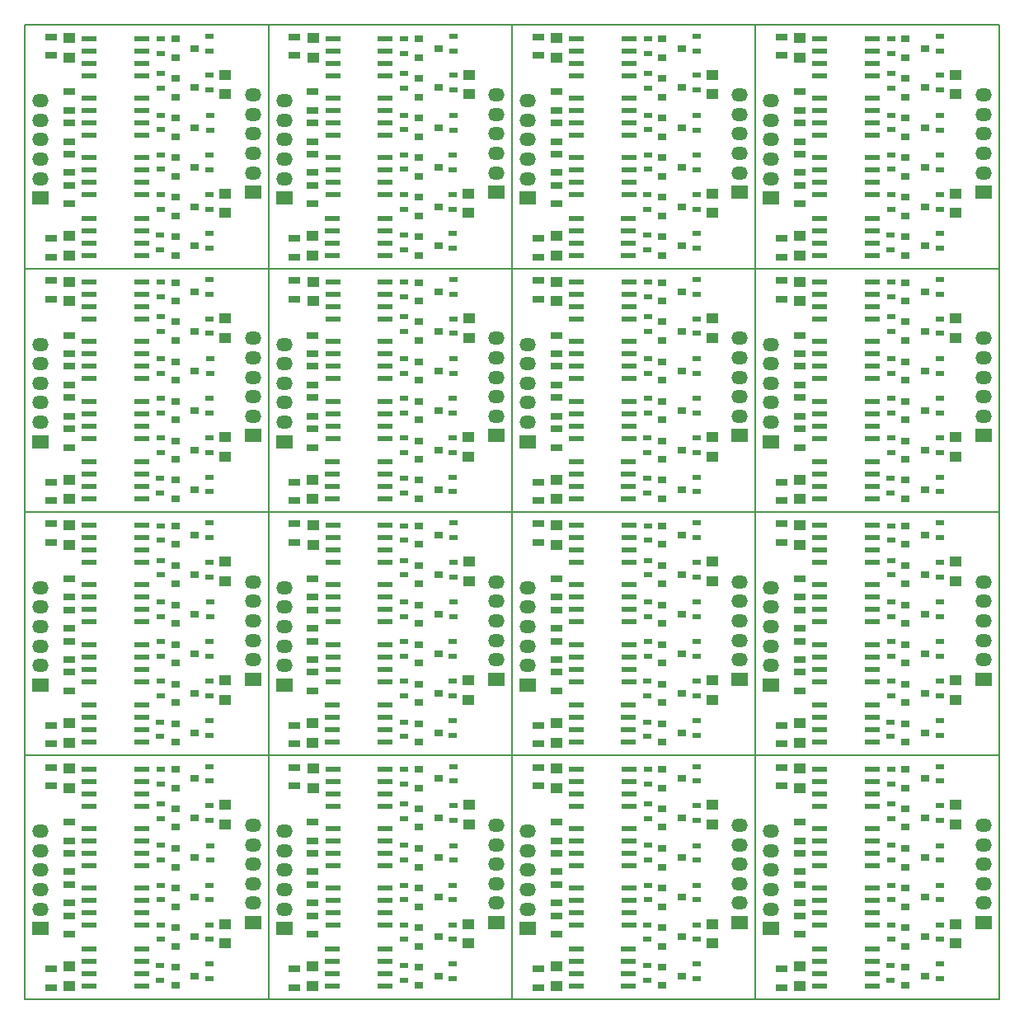
<source format=gts>
G04 #@! TF.FileFunction,Soldermask,Top*
%FSLAX46Y46*%
G04 Gerber Fmt 4.6, Leading zero omitted, Abs format (unit mm)*
G04 Created by KiCad (PCBNEW 4.0.2-stable) date 11/12/2017 1:18:09 PM*
%MOMM*%
G01*
G04 APERTURE LIST*
%ADD10C,0.100000*%
%ADD11C,0.150000*%
%ADD12R,0.900000X0.500000*%
%ADD13R,0.900000X0.800000*%
%ADD14R,1.550000X0.600000*%
%ADD15R,1.250000X1.000000*%
%ADD16R,1.300000X0.700000*%
%ADD17R,1.700000X1.350000*%
%ADD18O,1.700000X1.350000*%
G04 APERTURE END LIST*
D10*
D11*
X165000000Y-125000000D02*
X190000000Y-125000000D01*
X165000000Y-125000000D02*
X165000000Y-150000000D01*
X190000000Y-150000000D02*
X165000000Y-150000000D01*
X190000000Y-125000000D02*
X190000000Y-150000000D01*
X165000000Y-150000000D02*
X165000000Y-125000000D01*
X90000000Y-150000000D02*
X90000000Y-125000000D01*
X115000000Y-125000000D02*
X115000000Y-150000000D01*
X115000000Y-150000000D02*
X90000000Y-150000000D01*
X90000000Y-125000000D02*
X115000000Y-125000000D01*
X115000000Y-150000000D02*
X115000000Y-125000000D01*
X140000000Y-125000000D02*
X165000000Y-125000000D01*
X140000000Y-125000000D02*
X140000000Y-150000000D01*
X115000000Y-125000000D02*
X140000000Y-125000000D01*
X140000000Y-150000000D02*
X140000000Y-125000000D01*
X140000000Y-150000000D02*
X115000000Y-150000000D01*
X165000000Y-150000000D02*
X140000000Y-150000000D01*
X165000000Y-100000000D02*
X190000000Y-100000000D01*
X165000000Y-100000000D02*
X165000000Y-125000000D01*
X190000000Y-125000000D02*
X165000000Y-125000000D01*
X190000000Y-100000000D02*
X190000000Y-125000000D01*
X165000000Y-125000000D02*
X165000000Y-100000000D01*
X90000000Y-125000000D02*
X90000000Y-100000000D01*
X115000000Y-100000000D02*
X115000000Y-125000000D01*
X115000000Y-125000000D02*
X90000000Y-125000000D01*
X90000000Y-100000000D02*
X115000000Y-100000000D01*
X115000000Y-125000000D02*
X115000000Y-100000000D01*
X140000000Y-100000000D02*
X165000000Y-100000000D01*
X140000000Y-100000000D02*
X140000000Y-125000000D01*
X115000000Y-100000000D02*
X140000000Y-100000000D01*
X140000000Y-125000000D02*
X140000000Y-100000000D01*
X140000000Y-125000000D02*
X115000000Y-125000000D01*
X165000000Y-125000000D02*
X140000000Y-125000000D01*
X165000000Y-75000000D02*
X190000000Y-75000000D01*
X165000000Y-75000000D02*
X165000000Y-100000000D01*
X190000000Y-100000000D02*
X165000000Y-100000000D01*
X190000000Y-75000000D02*
X190000000Y-100000000D01*
X165000000Y-100000000D02*
X165000000Y-75000000D01*
X90000000Y-100000000D02*
X90000000Y-75000000D01*
X115000000Y-75000000D02*
X115000000Y-100000000D01*
X115000000Y-100000000D02*
X90000000Y-100000000D01*
X90000000Y-75000000D02*
X115000000Y-75000000D01*
X115000000Y-100000000D02*
X115000000Y-75000000D01*
X140000000Y-75000000D02*
X165000000Y-75000000D01*
X140000000Y-75000000D02*
X140000000Y-100000000D01*
X115000000Y-75000000D02*
X140000000Y-75000000D01*
X140000000Y-100000000D02*
X140000000Y-75000000D01*
X140000000Y-100000000D02*
X115000000Y-100000000D01*
X165000000Y-100000000D02*
X140000000Y-100000000D01*
X190000000Y-75000000D02*
X165000000Y-75000000D01*
X165000000Y-75000000D02*
X140000000Y-75000000D01*
X140000000Y-75000000D02*
X140000000Y-50000000D01*
X165000000Y-50000000D02*
X165000000Y-75000000D01*
X165000000Y-50000000D02*
X190000000Y-50000000D01*
X190000000Y-50000000D02*
X190000000Y-75000000D01*
X165000000Y-75000000D02*
X165000000Y-50000000D01*
X140000000Y-50000000D02*
X165000000Y-50000000D01*
X115000000Y-50000000D02*
X140000000Y-50000000D01*
X140000000Y-75000000D02*
X115000000Y-75000000D01*
X115000000Y-75000000D02*
X115000000Y-50000000D01*
X140000000Y-50000000D02*
X140000000Y-75000000D01*
X90000000Y-75000000D02*
X90000000Y-50000000D01*
X115000000Y-75000000D02*
X90000000Y-75000000D01*
X115000000Y-50000000D02*
X115000000Y-75000000D01*
X90000000Y-50000000D02*
X115000000Y-50000000D01*
D12*
X153919000Y-142398800D03*
X153919000Y-143898800D03*
X153944400Y-138321400D03*
X153944400Y-139821400D03*
D13*
X155424200Y-138629400D03*
X155424200Y-140529400D03*
X157424200Y-139579400D03*
X155424200Y-134565400D03*
X155424200Y-136465400D03*
X157424200Y-135515400D03*
D14*
X151988600Y-136302800D03*
X151988600Y-135032800D03*
X151988600Y-133762800D03*
X151988600Y-132492800D03*
X146588600Y-132492800D03*
X146588600Y-133762800D03*
X146588600Y-135032800D03*
X146588600Y-136302800D03*
D12*
X153946400Y-126403800D03*
X153946400Y-127903800D03*
D14*
X151988600Y-130206800D03*
X151988600Y-128936800D03*
X151988600Y-127666800D03*
X151988600Y-126396800D03*
X146588600Y-126396800D03*
X146588600Y-127666800D03*
X146588600Y-128936800D03*
X146588600Y-130206800D03*
D12*
X153944400Y-134245400D03*
X153944400Y-135745400D03*
X153946400Y-129959800D03*
X153946400Y-131459800D03*
D15*
X160548400Y-142303800D03*
X160548400Y-144303800D03*
D12*
X158922800Y-142398800D03*
X158922800Y-143898800D03*
X158922800Y-138333400D03*
X158922800Y-139833400D03*
D16*
X167666800Y-146925000D03*
X167666800Y-148825000D03*
D17*
X166600000Y-142773200D03*
D18*
X166600000Y-140773200D03*
X166600000Y-138773200D03*
X166600000Y-136773200D03*
X166600000Y-134773200D03*
X166600000Y-132773200D03*
D17*
X163393200Y-142169200D03*
D18*
X163393200Y-140169200D03*
X163393200Y-138169200D03*
X163393200Y-136169200D03*
X163393200Y-134169200D03*
X163393200Y-132169200D03*
D12*
X158973600Y-134270800D03*
X158973600Y-135770800D03*
X158922800Y-146424000D03*
X158922800Y-147924000D03*
D15*
X160573800Y-130095800D03*
X160573800Y-132095800D03*
D13*
X155426200Y-126437400D03*
X155426200Y-128337400D03*
X157426200Y-127387400D03*
D12*
X158948200Y-126142800D03*
X158948200Y-127642800D03*
D16*
X167668800Y-126219000D03*
X167668800Y-128119000D03*
D12*
X158948200Y-130156000D03*
X158948200Y-131656000D03*
D13*
X155424200Y-130476000D03*
X155424200Y-132376000D03*
X157424200Y-131426000D03*
D15*
X169571800Y-128346000D03*
X169571800Y-126346000D03*
D14*
X151972800Y-148647200D03*
X151972800Y-147377200D03*
X151972800Y-146107200D03*
X151972800Y-144837200D03*
X146572800Y-144837200D03*
X146572800Y-146107200D03*
X146572800Y-147377200D03*
X146572800Y-148647200D03*
D12*
X153868200Y-146551000D03*
X153868200Y-148051000D03*
D13*
X155424200Y-146732000D03*
X155424200Y-148632000D03*
X157424200Y-147682000D03*
D14*
X151988600Y-142424200D03*
X151988600Y-141154200D03*
X151988600Y-139884200D03*
X151988600Y-138614200D03*
X146588600Y-138614200D03*
X146588600Y-139884200D03*
X146588600Y-141154200D03*
X146588600Y-142424200D03*
D13*
X155424200Y-142693400D03*
X155424200Y-144593400D03*
X157424200Y-143643400D03*
D15*
X185573800Y-130095800D03*
X185573800Y-132095800D03*
D12*
X183948200Y-126142800D03*
X183948200Y-127642800D03*
X183948200Y-130156000D03*
X183948200Y-131656000D03*
D13*
X180426200Y-126437400D03*
X180426200Y-128337400D03*
X182426200Y-127387400D03*
X180424200Y-130476000D03*
X180424200Y-132376000D03*
X182424200Y-131426000D03*
D14*
X176988600Y-142424200D03*
X176988600Y-141154200D03*
X176988600Y-139884200D03*
X176988600Y-138614200D03*
X171588600Y-138614200D03*
X171588600Y-139884200D03*
X171588600Y-141154200D03*
X171588600Y-142424200D03*
X176972800Y-148647200D03*
X176972800Y-147377200D03*
X176972800Y-146107200D03*
X176972800Y-144837200D03*
X171572800Y-144837200D03*
X171572800Y-146107200D03*
X171572800Y-147377200D03*
X171572800Y-148647200D03*
D16*
X169548400Y-140156800D03*
X169548400Y-138256800D03*
X169548400Y-141457200D03*
X169548400Y-143357200D03*
D15*
X169546400Y-148672600D03*
X169546400Y-146672600D03*
D12*
X178944400Y-138321400D03*
X178944400Y-139821400D03*
D17*
X188393200Y-142169200D03*
D18*
X188393200Y-140169200D03*
X188393200Y-138169200D03*
X188393200Y-136169200D03*
X188393200Y-134169200D03*
X188393200Y-132169200D03*
D12*
X183973600Y-134270800D03*
X183973600Y-135770800D03*
D13*
X180424200Y-134565400D03*
X180424200Y-136465400D03*
X182424200Y-135515400D03*
X180424200Y-138629400D03*
X180424200Y-140529400D03*
X182424200Y-139579400D03*
D12*
X178944400Y-134245400D03*
X178944400Y-135745400D03*
X183922800Y-138333400D03*
X183922800Y-139833400D03*
D16*
X169548400Y-136956400D03*
X169548400Y-135056400D03*
D14*
X176988600Y-130206800D03*
X176988600Y-128936800D03*
X176988600Y-127666800D03*
X176988600Y-126396800D03*
X171588600Y-126396800D03*
X171588600Y-127666800D03*
X171588600Y-128936800D03*
X171588600Y-130206800D03*
X176988600Y-136302800D03*
X176988600Y-135032800D03*
X176988600Y-133762800D03*
X176988600Y-132492800D03*
X171588600Y-132492800D03*
X171588600Y-133762800D03*
X171588600Y-135032800D03*
X171588600Y-136302800D03*
D12*
X178946400Y-126403800D03*
X178946400Y-127903800D03*
X178946400Y-129959800D03*
X178946400Y-131459800D03*
D16*
X169548400Y-133756000D03*
X169548400Y-131856000D03*
D12*
X183922800Y-146424000D03*
X183922800Y-147924000D03*
D15*
X185548400Y-142303800D03*
X185548400Y-144303800D03*
D12*
X178919000Y-142398800D03*
X178919000Y-143898800D03*
D13*
X180424200Y-146732000D03*
X180424200Y-148632000D03*
X182424200Y-147682000D03*
D12*
X183922800Y-142398800D03*
X183922800Y-143898800D03*
D13*
X180424200Y-142693400D03*
X180424200Y-144593400D03*
X182424200Y-143643400D03*
D12*
X178868200Y-146551000D03*
X178868200Y-148051000D03*
X128919000Y-142398800D03*
X128919000Y-143898800D03*
X133922800Y-146424000D03*
X133922800Y-147924000D03*
D13*
X130424200Y-142693400D03*
X130424200Y-144593400D03*
X132424200Y-143643400D03*
D15*
X135548400Y-142303800D03*
X135548400Y-144303800D03*
D13*
X130424200Y-146732000D03*
X130424200Y-148632000D03*
X132424200Y-147682000D03*
D12*
X133922800Y-142398800D03*
X133922800Y-143898800D03*
X128868200Y-146551000D03*
X128868200Y-148051000D03*
D15*
X144546400Y-148672600D03*
X144546400Y-146672600D03*
D16*
X144548400Y-136956400D03*
X144548400Y-135056400D03*
X144548400Y-140156800D03*
X144548400Y-138256800D03*
D17*
X138393200Y-142169200D03*
D18*
X138393200Y-140169200D03*
X138393200Y-138169200D03*
X138393200Y-136169200D03*
X138393200Y-134169200D03*
X138393200Y-132169200D03*
D16*
X144548400Y-133756000D03*
X144548400Y-131856000D03*
D17*
X141600000Y-142773200D03*
D18*
X141600000Y-140773200D03*
X141600000Y-138773200D03*
X141600000Y-136773200D03*
X141600000Y-134773200D03*
X141600000Y-132773200D03*
D16*
X142666800Y-146925000D03*
X142666800Y-148825000D03*
X144548400Y-141457200D03*
X144548400Y-143357200D03*
D14*
X126988600Y-136302800D03*
X126988600Y-135032800D03*
X126988600Y-133762800D03*
X126988600Y-132492800D03*
X121588600Y-132492800D03*
X121588600Y-133762800D03*
X121588600Y-135032800D03*
X121588600Y-136302800D03*
D16*
X119548400Y-140156800D03*
X119548400Y-138256800D03*
D14*
X126988600Y-142424200D03*
X126988600Y-141154200D03*
X126988600Y-139884200D03*
X126988600Y-138614200D03*
X121588600Y-138614200D03*
X121588600Y-139884200D03*
X121588600Y-141154200D03*
X121588600Y-142424200D03*
D16*
X119548400Y-136956400D03*
X119548400Y-135056400D03*
D17*
X116600000Y-142773200D03*
D18*
X116600000Y-140773200D03*
X116600000Y-138773200D03*
X116600000Y-136773200D03*
X116600000Y-134773200D03*
X116600000Y-132773200D03*
D16*
X119548400Y-133756000D03*
X119548400Y-131856000D03*
D12*
X133948200Y-130156000D03*
X133948200Y-131656000D03*
D13*
X130426200Y-126437400D03*
X130426200Y-128337400D03*
X132426200Y-127387400D03*
D12*
X133948200Y-126142800D03*
X133948200Y-127642800D03*
D16*
X142668800Y-126219000D03*
X142668800Y-128119000D03*
D15*
X135573800Y-130095800D03*
X135573800Y-132095800D03*
D13*
X130424200Y-130476000D03*
X130424200Y-132376000D03*
X132424200Y-131426000D03*
D15*
X144571800Y-128346000D03*
X144571800Y-126346000D03*
D12*
X128946400Y-126403800D03*
X128946400Y-127903800D03*
D14*
X126988600Y-130206800D03*
X126988600Y-128936800D03*
X126988600Y-127666800D03*
X126988600Y-126396800D03*
X121588600Y-126396800D03*
X121588600Y-127666800D03*
X121588600Y-128936800D03*
X121588600Y-130206800D03*
D15*
X119571800Y-128346000D03*
X119571800Y-126346000D03*
D16*
X117668800Y-126219000D03*
X117668800Y-128119000D03*
D12*
X128946400Y-129959800D03*
X128946400Y-131459800D03*
D16*
X117666800Y-146925000D03*
X117666800Y-148825000D03*
X119548400Y-141457200D03*
X119548400Y-143357200D03*
D15*
X119546400Y-148672600D03*
X119546400Y-146672600D03*
D14*
X126972800Y-148647200D03*
X126972800Y-147377200D03*
X126972800Y-146107200D03*
X126972800Y-144837200D03*
X121572800Y-144837200D03*
X121572800Y-146107200D03*
X121572800Y-147377200D03*
X121572800Y-148647200D03*
D12*
X128944400Y-134245400D03*
X128944400Y-135745400D03*
X133922800Y-138333400D03*
X133922800Y-139833400D03*
X133973600Y-134270800D03*
X133973600Y-135770800D03*
D13*
X130424200Y-134565400D03*
X130424200Y-136465400D03*
X132424200Y-135515400D03*
X130424200Y-138629400D03*
X130424200Y-140529400D03*
X132424200Y-139579400D03*
D12*
X128944400Y-138321400D03*
X128944400Y-139821400D03*
X103946400Y-129959800D03*
X103946400Y-131459800D03*
X103946400Y-126403800D03*
X103946400Y-127903800D03*
D16*
X94548400Y-133756000D03*
X94548400Y-131856000D03*
X92668800Y-126219000D03*
X92668800Y-128119000D03*
D15*
X94571800Y-128346000D03*
X94571800Y-126346000D03*
D14*
X101988600Y-136302800D03*
X101988600Y-135032800D03*
X101988600Y-133762800D03*
X101988600Y-132492800D03*
X96588600Y-132492800D03*
X96588600Y-133762800D03*
X96588600Y-135032800D03*
X96588600Y-136302800D03*
X101988600Y-130206800D03*
X101988600Y-128936800D03*
X101988600Y-127666800D03*
X101988600Y-126396800D03*
X96588600Y-126396800D03*
X96588600Y-127666800D03*
X96588600Y-128936800D03*
X96588600Y-130206800D03*
D12*
X103944400Y-134245400D03*
X103944400Y-135745400D03*
X108973600Y-134270800D03*
X108973600Y-135770800D03*
D13*
X105424200Y-138629400D03*
X105424200Y-140529400D03*
X107424200Y-139579400D03*
D15*
X110548400Y-142303800D03*
X110548400Y-144303800D03*
D12*
X103944400Y-138321400D03*
X103944400Y-139821400D03*
D13*
X105424200Y-134565400D03*
X105424200Y-136465400D03*
X107424200Y-135515400D03*
D17*
X113393200Y-142169200D03*
D18*
X113393200Y-140169200D03*
X113393200Y-138169200D03*
X113393200Y-136169200D03*
X113393200Y-134169200D03*
X113393200Y-132169200D03*
D12*
X108922800Y-138333400D03*
X108922800Y-139833400D03*
X108922800Y-146424000D03*
X108922800Y-147924000D03*
X103919000Y-142398800D03*
X103919000Y-143898800D03*
D13*
X105424200Y-142693400D03*
X105424200Y-144593400D03*
X107424200Y-143643400D03*
X105424200Y-146732000D03*
X105424200Y-148632000D03*
X107424200Y-147682000D03*
D12*
X108922800Y-142398800D03*
X108922800Y-143898800D03*
X103868200Y-146551000D03*
X103868200Y-148051000D03*
X108948200Y-130156000D03*
X108948200Y-131656000D03*
D13*
X105424200Y-130476000D03*
X105424200Y-132376000D03*
X107424200Y-131426000D03*
D15*
X110573800Y-130095800D03*
X110573800Y-132095800D03*
D13*
X105426200Y-126437400D03*
X105426200Y-128337400D03*
X107426200Y-127387400D03*
D12*
X108948200Y-126142800D03*
X108948200Y-127642800D03*
D17*
X91600000Y-142773200D03*
D18*
X91600000Y-140773200D03*
X91600000Y-138773200D03*
X91600000Y-136773200D03*
X91600000Y-134773200D03*
X91600000Y-132773200D03*
D14*
X101988600Y-142424200D03*
X101988600Y-141154200D03*
X101988600Y-139884200D03*
X101988600Y-138614200D03*
X96588600Y-138614200D03*
X96588600Y-139884200D03*
X96588600Y-141154200D03*
X96588600Y-142424200D03*
D15*
X94546400Y-148672600D03*
X94546400Y-146672600D03*
D16*
X94548400Y-136956400D03*
X94548400Y-135056400D03*
D14*
X101972800Y-148647200D03*
X101972800Y-147377200D03*
X101972800Y-146107200D03*
X101972800Y-144837200D03*
X96572800Y-144837200D03*
X96572800Y-146107200D03*
X96572800Y-147377200D03*
X96572800Y-148647200D03*
D16*
X92666800Y-146925000D03*
X92666800Y-148825000D03*
X94548400Y-141457200D03*
X94548400Y-143357200D03*
X94548400Y-140156800D03*
X94548400Y-138256800D03*
D12*
X153919000Y-117398800D03*
X153919000Y-118898800D03*
X153944400Y-113321400D03*
X153944400Y-114821400D03*
D13*
X155424200Y-113629400D03*
X155424200Y-115529400D03*
X157424200Y-114579400D03*
X155424200Y-109565400D03*
X155424200Y-111465400D03*
X157424200Y-110515400D03*
D14*
X151988600Y-111302800D03*
X151988600Y-110032800D03*
X151988600Y-108762800D03*
X151988600Y-107492800D03*
X146588600Y-107492800D03*
X146588600Y-108762800D03*
X146588600Y-110032800D03*
X146588600Y-111302800D03*
D12*
X153946400Y-101403800D03*
X153946400Y-102903800D03*
D14*
X151988600Y-105206800D03*
X151988600Y-103936800D03*
X151988600Y-102666800D03*
X151988600Y-101396800D03*
X146588600Y-101396800D03*
X146588600Y-102666800D03*
X146588600Y-103936800D03*
X146588600Y-105206800D03*
D12*
X153944400Y-109245400D03*
X153944400Y-110745400D03*
X153946400Y-104959800D03*
X153946400Y-106459800D03*
D15*
X160548400Y-117303800D03*
X160548400Y-119303800D03*
D12*
X158922800Y-117398800D03*
X158922800Y-118898800D03*
X158922800Y-113333400D03*
X158922800Y-114833400D03*
D16*
X167666800Y-121925000D03*
X167666800Y-123825000D03*
D17*
X166600000Y-117773200D03*
D18*
X166600000Y-115773200D03*
X166600000Y-113773200D03*
X166600000Y-111773200D03*
X166600000Y-109773200D03*
X166600000Y-107773200D03*
D17*
X163393200Y-117169200D03*
D18*
X163393200Y-115169200D03*
X163393200Y-113169200D03*
X163393200Y-111169200D03*
X163393200Y-109169200D03*
X163393200Y-107169200D03*
D12*
X158973600Y-109270800D03*
X158973600Y-110770800D03*
X158922800Y-121424000D03*
X158922800Y-122924000D03*
D15*
X160573800Y-105095800D03*
X160573800Y-107095800D03*
D13*
X155426200Y-101437400D03*
X155426200Y-103337400D03*
X157426200Y-102387400D03*
D12*
X158948200Y-101142800D03*
X158948200Y-102642800D03*
D16*
X167668800Y-101219000D03*
X167668800Y-103119000D03*
D12*
X158948200Y-105156000D03*
X158948200Y-106656000D03*
D13*
X155424200Y-105476000D03*
X155424200Y-107376000D03*
X157424200Y-106426000D03*
D15*
X169571800Y-103346000D03*
X169571800Y-101346000D03*
D14*
X151972800Y-123647200D03*
X151972800Y-122377200D03*
X151972800Y-121107200D03*
X151972800Y-119837200D03*
X146572800Y-119837200D03*
X146572800Y-121107200D03*
X146572800Y-122377200D03*
X146572800Y-123647200D03*
D12*
X153868200Y-121551000D03*
X153868200Y-123051000D03*
D13*
X155424200Y-121732000D03*
X155424200Y-123632000D03*
X157424200Y-122682000D03*
D14*
X151988600Y-117424200D03*
X151988600Y-116154200D03*
X151988600Y-114884200D03*
X151988600Y-113614200D03*
X146588600Y-113614200D03*
X146588600Y-114884200D03*
X146588600Y-116154200D03*
X146588600Y-117424200D03*
D13*
X155424200Y-117693400D03*
X155424200Y-119593400D03*
X157424200Y-118643400D03*
D15*
X185573800Y-105095800D03*
X185573800Y-107095800D03*
D12*
X183948200Y-101142800D03*
X183948200Y-102642800D03*
X183948200Y-105156000D03*
X183948200Y-106656000D03*
D13*
X180426200Y-101437400D03*
X180426200Y-103337400D03*
X182426200Y-102387400D03*
X180424200Y-105476000D03*
X180424200Y-107376000D03*
X182424200Y-106426000D03*
D14*
X176988600Y-117424200D03*
X176988600Y-116154200D03*
X176988600Y-114884200D03*
X176988600Y-113614200D03*
X171588600Y-113614200D03*
X171588600Y-114884200D03*
X171588600Y-116154200D03*
X171588600Y-117424200D03*
X176972800Y-123647200D03*
X176972800Y-122377200D03*
X176972800Y-121107200D03*
X176972800Y-119837200D03*
X171572800Y-119837200D03*
X171572800Y-121107200D03*
X171572800Y-122377200D03*
X171572800Y-123647200D03*
D16*
X169548400Y-115156800D03*
X169548400Y-113256800D03*
X169548400Y-116457200D03*
X169548400Y-118357200D03*
D15*
X169546400Y-123672600D03*
X169546400Y-121672600D03*
D12*
X178944400Y-113321400D03*
X178944400Y-114821400D03*
D17*
X188393200Y-117169200D03*
D18*
X188393200Y-115169200D03*
X188393200Y-113169200D03*
X188393200Y-111169200D03*
X188393200Y-109169200D03*
X188393200Y-107169200D03*
D12*
X183973600Y-109270800D03*
X183973600Y-110770800D03*
D13*
X180424200Y-109565400D03*
X180424200Y-111465400D03*
X182424200Y-110515400D03*
X180424200Y-113629400D03*
X180424200Y-115529400D03*
X182424200Y-114579400D03*
D12*
X178944400Y-109245400D03*
X178944400Y-110745400D03*
X183922800Y-113333400D03*
X183922800Y-114833400D03*
D16*
X169548400Y-111956400D03*
X169548400Y-110056400D03*
D14*
X176988600Y-105206800D03*
X176988600Y-103936800D03*
X176988600Y-102666800D03*
X176988600Y-101396800D03*
X171588600Y-101396800D03*
X171588600Y-102666800D03*
X171588600Y-103936800D03*
X171588600Y-105206800D03*
X176988600Y-111302800D03*
X176988600Y-110032800D03*
X176988600Y-108762800D03*
X176988600Y-107492800D03*
X171588600Y-107492800D03*
X171588600Y-108762800D03*
X171588600Y-110032800D03*
X171588600Y-111302800D03*
D12*
X178946400Y-101403800D03*
X178946400Y-102903800D03*
X178946400Y-104959800D03*
X178946400Y-106459800D03*
D16*
X169548400Y-108756000D03*
X169548400Y-106856000D03*
D12*
X183922800Y-121424000D03*
X183922800Y-122924000D03*
D15*
X185548400Y-117303800D03*
X185548400Y-119303800D03*
D12*
X178919000Y-117398800D03*
X178919000Y-118898800D03*
D13*
X180424200Y-121732000D03*
X180424200Y-123632000D03*
X182424200Y-122682000D03*
D12*
X183922800Y-117398800D03*
X183922800Y-118898800D03*
D13*
X180424200Y-117693400D03*
X180424200Y-119593400D03*
X182424200Y-118643400D03*
D12*
X178868200Y-121551000D03*
X178868200Y-123051000D03*
X128919000Y-117398800D03*
X128919000Y-118898800D03*
X133922800Y-121424000D03*
X133922800Y-122924000D03*
D13*
X130424200Y-117693400D03*
X130424200Y-119593400D03*
X132424200Y-118643400D03*
D15*
X135548400Y-117303800D03*
X135548400Y-119303800D03*
D13*
X130424200Y-121732000D03*
X130424200Y-123632000D03*
X132424200Y-122682000D03*
D12*
X133922800Y-117398800D03*
X133922800Y-118898800D03*
X128868200Y-121551000D03*
X128868200Y-123051000D03*
D15*
X144546400Y-123672600D03*
X144546400Y-121672600D03*
D16*
X144548400Y-111956400D03*
X144548400Y-110056400D03*
X144548400Y-115156800D03*
X144548400Y-113256800D03*
D17*
X138393200Y-117169200D03*
D18*
X138393200Y-115169200D03*
X138393200Y-113169200D03*
X138393200Y-111169200D03*
X138393200Y-109169200D03*
X138393200Y-107169200D03*
D16*
X144548400Y-108756000D03*
X144548400Y-106856000D03*
D17*
X141600000Y-117773200D03*
D18*
X141600000Y-115773200D03*
X141600000Y-113773200D03*
X141600000Y-111773200D03*
X141600000Y-109773200D03*
X141600000Y-107773200D03*
D16*
X142666800Y-121925000D03*
X142666800Y-123825000D03*
X144548400Y-116457200D03*
X144548400Y-118357200D03*
D14*
X126988600Y-111302800D03*
X126988600Y-110032800D03*
X126988600Y-108762800D03*
X126988600Y-107492800D03*
X121588600Y-107492800D03*
X121588600Y-108762800D03*
X121588600Y-110032800D03*
X121588600Y-111302800D03*
D16*
X119548400Y-115156800D03*
X119548400Y-113256800D03*
D14*
X126988600Y-117424200D03*
X126988600Y-116154200D03*
X126988600Y-114884200D03*
X126988600Y-113614200D03*
X121588600Y-113614200D03*
X121588600Y-114884200D03*
X121588600Y-116154200D03*
X121588600Y-117424200D03*
D16*
X119548400Y-111956400D03*
X119548400Y-110056400D03*
D17*
X116600000Y-117773200D03*
D18*
X116600000Y-115773200D03*
X116600000Y-113773200D03*
X116600000Y-111773200D03*
X116600000Y-109773200D03*
X116600000Y-107773200D03*
D16*
X119548400Y-108756000D03*
X119548400Y-106856000D03*
D12*
X133948200Y-105156000D03*
X133948200Y-106656000D03*
D13*
X130426200Y-101437400D03*
X130426200Y-103337400D03*
X132426200Y-102387400D03*
D12*
X133948200Y-101142800D03*
X133948200Y-102642800D03*
D16*
X142668800Y-101219000D03*
X142668800Y-103119000D03*
D15*
X135573800Y-105095800D03*
X135573800Y-107095800D03*
D13*
X130424200Y-105476000D03*
X130424200Y-107376000D03*
X132424200Y-106426000D03*
D15*
X144571800Y-103346000D03*
X144571800Y-101346000D03*
D12*
X128946400Y-101403800D03*
X128946400Y-102903800D03*
D14*
X126988600Y-105206800D03*
X126988600Y-103936800D03*
X126988600Y-102666800D03*
X126988600Y-101396800D03*
X121588600Y-101396800D03*
X121588600Y-102666800D03*
X121588600Y-103936800D03*
X121588600Y-105206800D03*
D15*
X119571800Y-103346000D03*
X119571800Y-101346000D03*
D16*
X117668800Y-101219000D03*
X117668800Y-103119000D03*
D12*
X128946400Y-104959800D03*
X128946400Y-106459800D03*
D16*
X117666800Y-121925000D03*
X117666800Y-123825000D03*
X119548400Y-116457200D03*
X119548400Y-118357200D03*
D15*
X119546400Y-123672600D03*
X119546400Y-121672600D03*
D14*
X126972800Y-123647200D03*
X126972800Y-122377200D03*
X126972800Y-121107200D03*
X126972800Y-119837200D03*
X121572800Y-119837200D03*
X121572800Y-121107200D03*
X121572800Y-122377200D03*
X121572800Y-123647200D03*
D12*
X128944400Y-109245400D03*
X128944400Y-110745400D03*
X133922800Y-113333400D03*
X133922800Y-114833400D03*
X133973600Y-109270800D03*
X133973600Y-110770800D03*
D13*
X130424200Y-109565400D03*
X130424200Y-111465400D03*
X132424200Y-110515400D03*
X130424200Y-113629400D03*
X130424200Y-115529400D03*
X132424200Y-114579400D03*
D12*
X128944400Y-113321400D03*
X128944400Y-114821400D03*
X103946400Y-104959800D03*
X103946400Y-106459800D03*
X103946400Y-101403800D03*
X103946400Y-102903800D03*
D16*
X94548400Y-108756000D03*
X94548400Y-106856000D03*
X92668800Y-101219000D03*
X92668800Y-103119000D03*
D15*
X94571800Y-103346000D03*
X94571800Y-101346000D03*
D14*
X101988600Y-111302800D03*
X101988600Y-110032800D03*
X101988600Y-108762800D03*
X101988600Y-107492800D03*
X96588600Y-107492800D03*
X96588600Y-108762800D03*
X96588600Y-110032800D03*
X96588600Y-111302800D03*
X101988600Y-105206800D03*
X101988600Y-103936800D03*
X101988600Y-102666800D03*
X101988600Y-101396800D03*
X96588600Y-101396800D03*
X96588600Y-102666800D03*
X96588600Y-103936800D03*
X96588600Y-105206800D03*
D12*
X103944400Y-109245400D03*
X103944400Y-110745400D03*
X108973600Y-109270800D03*
X108973600Y-110770800D03*
D13*
X105424200Y-113629400D03*
X105424200Y-115529400D03*
X107424200Y-114579400D03*
D15*
X110548400Y-117303800D03*
X110548400Y-119303800D03*
D12*
X103944400Y-113321400D03*
X103944400Y-114821400D03*
D13*
X105424200Y-109565400D03*
X105424200Y-111465400D03*
X107424200Y-110515400D03*
D17*
X113393200Y-117169200D03*
D18*
X113393200Y-115169200D03*
X113393200Y-113169200D03*
X113393200Y-111169200D03*
X113393200Y-109169200D03*
X113393200Y-107169200D03*
D12*
X108922800Y-113333400D03*
X108922800Y-114833400D03*
X108922800Y-121424000D03*
X108922800Y-122924000D03*
X103919000Y-117398800D03*
X103919000Y-118898800D03*
D13*
X105424200Y-117693400D03*
X105424200Y-119593400D03*
X107424200Y-118643400D03*
X105424200Y-121732000D03*
X105424200Y-123632000D03*
X107424200Y-122682000D03*
D12*
X108922800Y-117398800D03*
X108922800Y-118898800D03*
X103868200Y-121551000D03*
X103868200Y-123051000D03*
X108948200Y-105156000D03*
X108948200Y-106656000D03*
D13*
X105424200Y-105476000D03*
X105424200Y-107376000D03*
X107424200Y-106426000D03*
D15*
X110573800Y-105095800D03*
X110573800Y-107095800D03*
D13*
X105426200Y-101437400D03*
X105426200Y-103337400D03*
X107426200Y-102387400D03*
D12*
X108948200Y-101142800D03*
X108948200Y-102642800D03*
D17*
X91600000Y-117773200D03*
D18*
X91600000Y-115773200D03*
X91600000Y-113773200D03*
X91600000Y-111773200D03*
X91600000Y-109773200D03*
X91600000Y-107773200D03*
D14*
X101988600Y-117424200D03*
X101988600Y-116154200D03*
X101988600Y-114884200D03*
X101988600Y-113614200D03*
X96588600Y-113614200D03*
X96588600Y-114884200D03*
X96588600Y-116154200D03*
X96588600Y-117424200D03*
D15*
X94546400Y-123672600D03*
X94546400Y-121672600D03*
D16*
X94548400Y-111956400D03*
X94548400Y-110056400D03*
D14*
X101972800Y-123647200D03*
X101972800Y-122377200D03*
X101972800Y-121107200D03*
X101972800Y-119837200D03*
X96572800Y-119837200D03*
X96572800Y-121107200D03*
X96572800Y-122377200D03*
X96572800Y-123647200D03*
D16*
X92666800Y-121925000D03*
X92666800Y-123825000D03*
X94548400Y-116457200D03*
X94548400Y-118357200D03*
X94548400Y-115156800D03*
X94548400Y-113256800D03*
D12*
X153919000Y-92398800D03*
X153919000Y-93898800D03*
X153944400Y-88321400D03*
X153944400Y-89821400D03*
D13*
X155424200Y-88629400D03*
X155424200Y-90529400D03*
X157424200Y-89579400D03*
X155424200Y-84565400D03*
X155424200Y-86465400D03*
X157424200Y-85515400D03*
D14*
X151988600Y-86302800D03*
X151988600Y-85032800D03*
X151988600Y-83762800D03*
X151988600Y-82492800D03*
X146588600Y-82492800D03*
X146588600Y-83762800D03*
X146588600Y-85032800D03*
X146588600Y-86302800D03*
D12*
X153946400Y-76403800D03*
X153946400Y-77903800D03*
D14*
X151988600Y-80206800D03*
X151988600Y-78936800D03*
X151988600Y-77666800D03*
X151988600Y-76396800D03*
X146588600Y-76396800D03*
X146588600Y-77666800D03*
X146588600Y-78936800D03*
X146588600Y-80206800D03*
D12*
X153944400Y-84245400D03*
X153944400Y-85745400D03*
X153946400Y-79959800D03*
X153946400Y-81459800D03*
D15*
X160548400Y-92303800D03*
X160548400Y-94303800D03*
D12*
X158922800Y-92398800D03*
X158922800Y-93898800D03*
X158922800Y-88333400D03*
X158922800Y-89833400D03*
D16*
X167666800Y-96925000D03*
X167666800Y-98825000D03*
D17*
X166600000Y-92773200D03*
D18*
X166600000Y-90773200D03*
X166600000Y-88773200D03*
X166600000Y-86773200D03*
X166600000Y-84773200D03*
X166600000Y-82773200D03*
D17*
X163393200Y-92169200D03*
D18*
X163393200Y-90169200D03*
X163393200Y-88169200D03*
X163393200Y-86169200D03*
X163393200Y-84169200D03*
X163393200Y-82169200D03*
D12*
X158973600Y-84270800D03*
X158973600Y-85770800D03*
X158922800Y-96424000D03*
X158922800Y-97924000D03*
D15*
X160573800Y-80095800D03*
X160573800Y-82095800D03*
D13*
X155426200Y-76437400D03*
X155426200Y-78337400D03*
X157426200Y-77387400D03*
D12*
X158948200Y-76142800D03*
X158948200Y-77642800D03*
D16*
X167668800Y-76219000D03*
X167668800Y-78119000D03*
D12*
X158948200Y-80156000D03*
X158948200Y-81656000D03*
D13*
X155424200Y-80476000D03*
X155424200Y-82376000D03*
X157424200Y-81426000D03*
D15*
X169571800Y-78346000D03*
X169571800Y-76346000D03*
D14*
X151972800Y-98647200D03*
X151972800Y-97377200D03*
X151972800Y-96107200D03*
X151972800Y-94837200D03*
X146572800Y-94837200D03*
X146572800Y-96107200D03*
X146572800Y-97377200D03*
X146572800Y-98647200D03*
D12*
X153868200Y-96551000D03*
X153868200Y-98051000D03*
D13*
X155424200Y-96732000D03*
X155424200Y-98632000D03*
X157424200Y-97682000D03*
D14*
X151988600Y-92424200D03*
X151988600Y-91154200D03*
X151988600Y-89884200D03*
X151988600Y-88614200D03*
X146588600Y-88614200D03*
X146588600Y-89884200D03*
X146588600Y-91154200D03*
X146588600Y-92424200D03*
D13*
X155424200Y-92693400D03*
X155424200Y-94593400D03*
X157424200Y-93643400D03*
D15*
X185573800Y-80095800D03*
X185573800Y-82095800D03*
D12*
X183948200Y-76142800D03*
X183948200Y-77642800D03*
X183948200Y-80156000D03*
X183948200Y-81656000D03*
D13*
X180426200Y-76437400D03*
X180426200Y-78337400D03*
X182426200Y-77387400D03*
X180424200Y-80476000D03*
X180424200Y-82376000D03*
X182424200Y-81426000D03*
D14*
X176988600Y-92424200D03*
X176988600Y-91154200D03*
X176988600Y-89884200D03*
X176988600Y-88614200D03*
X171588600Y-88614200D03*
X171588600Y-89884200D03*
X171588600Y-91154200D03*
X171588600Y-92424200D03*
X176972800Y-98647200D03*
X176972800Y-97377200D03*
X176972800Y-96107200D03*
X176972800Y-94837200D03*
X171572800Y-94837200D03*
X171572800Y-96107200D03*
X171572800Y-97377200D03*
X171572800Y-98647200D03*
D16*
X169548400Y-90156800D03*
X169548400Y-88256800D03*
X169548400Y-91457200D03*
X169548400Y-93357200D03*
D15*
X169546400Y-98672600D03*
X169546400Y-96672600D03*
D12*
X178944400Y-88321400D03*
X178944400Y-89821400D03*
D17*
X188393200Y-92169200D03*
D18*
X188393200Y-90169200D03*
X188393200Y-88169200D03*
X188393200Y-86169200D03*
X188393200Y-84169200D03*
X188393200Y-82169200D03*
D12*
X183973600Y-84270800D03*
X183973600Y-85770800D03*
D13*
X180424200Y-84565400D03*
X180424200Y-86465400D03*
X182424200Y-85515400D03*
X180424200Y-88629400D03*
X180424200Y-90529400D03*
X182424200Y-89579400D03*
D12*
X178944400Y-84245400D03*
X178944400Y-85745400D03*
X183922800Y-88333400D03*
X183922800Y-89833400D03*
D16*
X169548400Y-86956400D03*
X169548400Y-85056400D03*
D14*
X176988600Y-80206800D03*
X176988600Y-78936800D03*
X176988600Y-77666800D03*
X176988600Y-76396800D03*
X171588600Y-76396800D03*
X171588600Y-77666800D03*
X171588600Y-78936800D03*
X171588600Y-80206800D03*
X176988600Y-86302800D03*
X176988600Y-85032800D03*
X176988600Y-83762800D03*
X176988600Y-82492800D03*
X171588600Y-82492800D03*
X171588600Y-83762800D03*
X171588600Y-85032800D03*
X171588600Y-86302800D03*
D12*
X178946400Y-76403800D03*
X178946400Y-77903800D03*
X178946400Y-79959800D03*
X178946400Y-81459800D03*
D16*
X169548400Y-83756000D03*
X169548400Y-81856000D03*
D12*
X183922800Y-96424000D03*
X183922800Y-97924000D03*
D15*
X185548400Y-92303800D03*
X185548400Y-94303800D03*
D12*
X178919000Y-92398800D03*
X178919000Y-93898800D03*
D13*
X180424200Y-96732000D03*
X180424200Y-98632000D03*
X182424200Y-97682000D03*
D12*
X183922800Y-92398800D03*
X183922800Y-93898800D03*
D13*
X180424200Y-92693400D03*
X180424200Y-94593400D03*
X182424200Y-93643400D03*
D12*
X178868200Y-96551000D03*
X178868200Y-98051000D03*
X128919000Y-92398800D03*
X128919000Y-93898800D03*
X133922800Y-96424000D03*
X133922800Y-97924000D03*
D13*
X130424200Y-92693400D03*
X130424200Y-94593400D03*
X132424200Y-93643400D03*
D15*
X135548400Y-92303800D03*
X135548400Y-94303800D03*
D13*
X130424200Y-96732000D03*
X130424200Y-98632000D03*
X132424200Y-97682000D03*
D12*
X133922800Y-92398800D03*
X133922800Y-93898800D03*
X128868200Y-96551000D03*
X128868200Y-98051000D03*
D15*
X144546400Y-98672600D03*
X144546400Y-96672600D03*
D16*
X144548400Y-86956400D03*
X144548400Y-85056400D03*
X144548400Y-90156800D03*
X144548400Y-88256800D03*
D17*
X138393200Y-92169200D03*
D18*
X138393200Y-90169200D03*
X138393200Y-88169200D03*
X138393200Y-86169200D03*
X138393200Y-84169200D03*
X138393200Y-82169200D03*
D16*
X144548400Y-83756000D03*
X144548400Y-81856000D03*
D17*
X141600000Y-92773200D03*
D18*
X141600000Y-90773200D03*
X141600000Y-88773200D03*
X141600000Y-86773200D03*
X141600000Y-84773200D03*
X141600000Y-82773200D03*
D16*
X142666800Y-96925000D03*
X142666800Y-98825000D03*
X144548400Y-91457200D03*
X144548400Y-93357200D03*
D14*
X126988600Y-86302800D03*
X126988600Y-85032800D03*
X126988600Y-83762800D03*
X126988600Y-82492800D03*
X121588600Y-82492800D03*
X121588600Y-83762800D03*
X121588600Y-85032800D03*
X121588600Y-86302800D03*
D16*
X119548400Y-90156800D03*
X119548400Y-88256800D03*
D14*
X126988600Y-92424200D03*
X126988600Y-91154200D03*
X126988600Y-89884200D03*
X126988600Y-88614200D03*
X121588600Y-88614200D03*
X121588600Y-89884200D03*
X121588600Y-91154200D03*
X121588600Y-92424200D03*
D16*
X119548400Y-86956400D03*
X119548400Y-85056400D03*
D17*
X116600000Y-92773200D03*
D18*
X116600000Y-90773200D03*
X116600000Y-88773200D03*
X116600000Y-86773200D03*
X116600000Y-84773200D03*
X116600000Y-82773200D03*
D16*
X119548400Y-83756000D03*
X119548400Y-81856000D03*
D12*
X133948200Y-80156000D03*
X133948200Y-81656000D03*
D13*
X130426200Y-76437400D03*
X130426200Y-78337400D03*
X132426200Y-77387400D03*
D12*
X133948200Y-76142800D03*
X133948200Y-77642800D03*
D16*
X142668800Y-76219000D03*
X142668800Y-78119000D03*
D15*
X135573800Y-80095800D03*
X135573800Y-82095800D03*
D13*
X130424200Y-80476000D03*
X130424200Y-82376000D03*
X132424200Y-81426000D03*
D15*
X144571800Y-78346000D03*
X144571800Y-76346000D03*
D12*
X128946400Y-76403800D03*
X128946400Y-77903800D03*
D14*
X126988600Y-80206800D03*
X126988600Y-78936800D03*
X126988600Y-77666800D03*
X126988600Y-76396800D03*
X121588600Y-76396800D03*
X121588600Y-77666800D03*
X121588600Y-78936800D03*
X121588600Y-80206800D03*
D15*
X119571800Y-78346000D03*
X119571800Y-76346000D03*
D16*
X117668800Y-76219000D03*
X117668800Y-78119000D03*
D12*
X128946400Y-79959800D03*
X128946400Y-81459800D03*
D16*
X117666800Y-96925000D03*
X117666800Y-98825000D03*
X119548400Y-91457200D03*
X119548400Y-93357200D03*
D15*
X119546400Y-98672600D03*
X119546400Y-96672600D03*
D14*
X126972800Y-98647200D03*
X126972800Y-97377200D03*
X126972800Y-96107200D03*
X126972800Y-94837200D03*
X121572800Y-94837200D03*
X121572800Y-96107200D03*
X121572800Y-97377200D03*
X121572800Y-98647200D03*
D12*
X128944400Y-84245400D03*
X128944400Y-85745400D03*
X133922800Y-88333400D03*
X133922800Y-89833400D03*
X133973600Y-84270800D03*
X133973600Y-85770800D03*
D13*
X130424200Y-84565400D03*
X130424200Y-86465400D03*
X132424200Y-85515400D03*
X130424200Y-88629400D03*
X130424200Y-90529400D03*
X132424200Y-89579400D03*
D12*
X128944400Y-88321400D03*
X128944400Y-89821400D03*
X103946400Y-79959800D03*
X103946400Y-81459800D03*
X103946400Y-76403800D03*
X103946400Y-77903800D03*
D16*
X94548400Y-83756000D03*
X94548400Y-81856000D03*
X92668800Y-76219000D03*
X92668800Y-78119000D03*
D15*
X94571800Y-78346000D03*
X94571800Y-76346000D03*
D14*
X101988600Y-86302800D03*
X101988600Y-85032800D03*
X101988600Y-83762800D03*
X101988600Y-82492800D03*
X96588600Y-82492800D03*
X96588600Y-83762800D03*
X96588600Y-85032800D03*
X96588600Y-86302800D03*
X101988600Y-80206800D03*
X101988600Y-78936800D03*
X101988600Y-77666800D03*
X101988600Y-76396800D03*
X96588600Y-76396800D03*
X96588600Y-77666800D03*
X96588600Y-78936800D03*
X96588600Y-80206800D03*
D12*
X103944400Y-84245400D03*
X103944400Y-85745400D03*
X108973600Y-84270800D03*
X108973600Y-85770800D03*
D13*
X105424200Y-88629400D03*
X105424200Y-90529400D03*
X107424200Y-89579400D03*
D15*
X110548400Y-92303800D03*
X110548400Y-94303800D03*
D12*
X103944400Y-88321400D03*
X103944400Y-89821400D03*
D13*
X105424200Y-84565400D03*
X105424200Y-86465400D03*
X107424200Y-85515400D03*
D17*
X113393200Y-92169200D03*
D18*
X113393200Y-90169200D03*
X113393200Y-88169200D03*
X113393200Y-86169200D03*
X113393200Y-84169200D03*
X113393200Y-82169200D03*
D12*
X108922800Y-88333400D03*
X108922800Y-89833400D03*
X108922800Y-96424000D03*
X108922800Y-97924000D03*
X103919000Y-92398800D03*
X103919000Y-93898800D03*
D13*
X105424200Y-92693400D03*
X105424200Y-94593400D03*
X107424200Y-93643400D03*
X105424200Y-96732000D03*
X105424200Y-98632000D03*
X107424200Y-97682000D03*
D12*
X108922800Y-92398800D03*
X108922800Y-93898800D03*
X103868200Y-96551000D03*
X103868200Y-98051000D03*
X108948200Y-80156000D03*
X108948200Y-81656000D03*
D13*
X105424200Y-80476000D03*
X105424200Y-82376000D03*
X107424200Y-81426000D03*
D15*
X110573800Y-80095800D03*
X110573800Y-82095800D03*
D13*
X105426200Y-76437400D03*
X105426200Y-78337400D03*
X107426200Y-77387400D03*
D12*
X108948200Y-76142800D03*
X108948200Y-77642800D03*
D17*
X91600000Y-92773200D03*
D18*
X91600000Y-90773200D03*
X91600000Y-88773200D03*
X91600000Y-86773200D03*
X91600000Y-84773200D03*
X91600000Y-82773200D03*
D14*
X101988600Y-92424200D03*
X101988600Y-91154200D03*
X101988600Y-89884200D03*
X101988600Y-88614200D03*
X96588600Y-88614200D03*
X96588600Y-89884200D03*
X96588600Y-91154200D03*
X96588600Y-92424200D03*
D15*
X94546400Y-98672600D03*
X94546400Y-96672600D03*
D16*
X94548400Y-86956400D03*
X94548400Y-85056400D03*
D14*
X101972800Y-98647200D03*
X101972800Y-97377200D03*
X101972800Y-96107200D03*
X101972800Y-94837200D03*
X96572800Y-94837200D03*
X96572800Y-96107200D03*
X96572800Y-97377200D03*
X96572800Y-98647200D03*
D16*
X92666800Y-96925000D03*
X92666800Y-98825000D03*
X94548400Y-91457200D03*
X94548400Y-93357200D03*
X94548400Y-90156800D03*
X94548400Y-88256800D03*
D12*
X178944400Y-63321400D03*
X178944400Y-64821400D03*
D14*
X176988600Y-67424200D03*
X176988600Y-66154200D03*
X176988600Y-64884200D03*
X176988600Y-63614200D03*
X171588600Y-63614200D03*
X171588600Y-64884200D03*
X171588600Y-66154200D03*
X171588600Y-67424200D03*
D12*
X178919000Y-67398800D03*
X178919000Y-68898800D03*
X178868200Y-71551000D03*
X178868200Y-73051000D03*
D14*
X176972800Y-73647200D03*
X176972800Y-72377200D03*
X176972800Y-71107200D03*
X176972800Y-69837200D03*
X171572800Y-69837200D03*
X171572800Y-71107200D03*
X171572800Y-72377200D03*
X171572800Y-73647200D03*
D13*
X180424200Y-59565400D03*
X180424200Y-61465400D03*
X182424200Y-60515400D03*
D12*
X183973600Y-59270800D03*
X183973600Y-60770800D03*
X183922800Y-63333400D03*
X183922800Y-64833400D03*
D17*
X188393200Y-67169200D03*
D18*
X188393200Y-65169200D03*
X188393200Y-63169200D03*
X188393200Y-61169200D03*
X188393200Y-59169200D03*
X188393200Y-57169200D03*
D13*
X180424200Y-63629400D03*
X180424200Y-65529400D03*
X182424200Y-64579400D03*
X180424200Y-67693400D03*
X180424200Y-69593400D03*
X182424200Y-68643400D03*
D12*
X183922800Y-71424000D03*
X183922800Y-72924000D03*
D15*
X185548400Y-67303800D03*
X185548400Y-69303800D03*
D13*
X180424200Y-71732000D03*
X180424200Y-73632000D03*
X182424200Y-72682000D03*
D12*
X183922800Y-67398800D03*
X183922800Y-68898800D03*
D16*
X169548400Y-58756000D03*
X169548400Y-56856000D03*
X169548400Y-65156800D03*
X169548400Y-63256800D03*
D15*
X169546400Y-73672600D03*
X169546400Y-71672600D03*
D16*
X169548400Y-61956400D03*
X169548400Y-60056400D03*
X167666800Y-71925000D03*
X167666800Y-73825000D03*
D17*
X166600000Y-67773200D03*
D18*
X166600000Y-65773200D03*
X166600000Y-63773200D03*
X166600000Y-61773200D03*
X166600000Y-59773200D03*
X166600000Y-57773200D03*
D17*
X163393200Y-67169200D03*
D18*
X163393200Y-65169200D03*
X163393200Y-63169200D03*
X163393200Y-61169200D03*
X163393200Y-59169200D03*
X163393200Y-57169200D03*
D16*
X169548400Y-66457200D03*
X169548400Y-68357200D03*
D12*
X183948200Y-55156000D03*
X183948200Y-56656000D03*
X183948200Y-51142800D03*
X183948200Y-52642800D03*
D15*
X185573800Y-55095800D03*
X185573800Y-57095800D03*
D13*
X180424200Y-55476000D03*
X180424200Y-57376000D03*
X182424200Y-56426000D03*
X180426200Y-51437400D03*
X180426200Y-53337400D03*
X182426200Y-52387400D03*
D12*
X178944400Y-59245400D03*
X178944400Y-60745400D03*
D15*
X169571800Y-53346000D03*
X169571800Y-51346000D03*
D12*
X178946400Y-54959800D03*
X178946400Y-56459800D03*
X178946400Y-51403800D03*
X178946400Y-52903800D03*
D14*
X176988600Y-61302800D03*
X176988600Y-60032800D03*
X176988600Y-58762800D03*
X176988600Y-57492800D03*
X171588600Y-57492800D03*
X171588600Y-58762800D03*
X171588600Y-60032800D03*
X171588600Y-61302800D03*
X176988600Y-55206800D03*
X176988600Y-53936800D03*
X176988600Y-52666800D03*
X176988600Y-51396800D03*
X171588600Y-51396800D03*
X171588600Y-52666800D03*
X171588600Y-53936800D03*
X171588600Y-55206800D03*
D16*
X167668800Y-51219000D03*
X167668800Y-53119000D03*
D12*
X158922800Y-63333400D03*
X158922800Y-64833400D03*
X153944400Y-59245400D03*
X153944400Y-60745400D03*
X153944400Y-63321400D03*
X153944400Y-64821400D03*
X158973600Y-59270800D03*
X158973600Y-60770800D03*
D13*
X155424200Y-59565400D03*
X155424200Y-61465400D03*
X157424200Y-60515400D03*
D16*
X144548400Y-58756000D03*
X144548400Y-56856000D03*
X144548400Y-61956400D03*
X144548400Y-60056400D03*
X144548400Y-65156800D03*
X144548400Y-63256800D03*
D14*
X151988600Y-61302800D03*
X151988600Y-60032800D03*
X151988600Y-58762800D03*
X151988600Y-57492800D03*
X146588600Y-57492800D03*
X146588600Y-58762800D03*
X146588600Y-60032800D03*
X146588600Y-61302800D03*
D12*
X153946400Y-54959800D03*
X153946400Y-56459800D03*
X153946400Y-51403800D03*
X153946400Y-52903800D03*
D13*
X155426200Y-51437400D03*
X155426200Y-53337400D03*
X157426200Y-52387400D03*
D12*
X158948200Y-51142800D03*
X158948200Y-52642800D03*
D13*
X155424200Y-55476000D03*
X155424200Y-57376000D03*
X157424200Y-56426000D03*
D15*
X160573800Y-55095800D03*
X160573800Y-57095800D03*
D12*
X158948200Y-55156000D03*
X158948200Y-56656000D03*
D15*
X144571800Y-53346000D03*
X144571800Y-51346000D03*
D14*
X151988600Y-55206800D03*
X151988600Y-53936800D03*
X151988600Y-52666800D03*
X151988600Y-51396800D03*
X146588600Y-51396800D03*
X146588600Y-52666800D03*
X146588600Y-53936800D03*
X146588600Y-55206800D03*
D16*
X144548400Y-66457200D03*
X144548400Y-68357200D03*
D17*
X141600000Y-67773200D03*
D18*
X141600000Y-65773200D03*
X141600000Y-63773200D03*
X141600000Y-61773200D03*
X141600000Y-59773200D03*
X141600000Y-57773200D03*
D16*
X142666800Y-71925000D03*
X142666800Y-73825000D03*
X142668800Y-51219000D03*
X142668800Y-53119000D03*
D14*
X151988600Y-67424200D03*
X151988600Y-66154200D03*
X151988600Y-64884200D03*
X151988600Y-63614200D03*
X146588600Y-63614200D03*
X146588600Y-64884200D03*
X146588600Y-66154200D03*
X146588600Y-67424200D03*
D13*
X155424200Y-71732000D03*
X155424200Y-73632000D03*
X157424200Y-72682000D03*
D12*
X158922800Y-67398800D03*
X158922800Y-68898800D03*
X158922800Y-71424000D03*
X158922800Y-72924000D03*
D13*
X155424200Y-63629400D03*
X155424200Y-65529400D03*
X157424200Y-64579400D03*
X155424200Y-67693400D03*
X155424200Y-69593400D03*
X157424200Y-68643400D03*
D15*
X160548400Y-67303800D03*
X160548400Y-69303800D03*
D14*
X151972800Y-73647200D03*
X151972800Y-72377200D03*
X151972800Y-71107200D03*
X151972800Y-69837200D03*
X146572800Y-69837200D03*
X146572800Y-71107200D03*
X146572800Y-72377200D03*
X146572800Y-73647200D03*
D12*
X153919000Y-67398800D03*
X153919000Y-68898800D03*
D15*
X144546400Y-73672600D03*
X144546400Y-71672600D03*
D12*
X153868200Y-71551000D03*
X153868200Y-73051000D03*
X128944400Y-59245400D03*
X128944400Y-60745400D03*
D14*
X126988600Y-67424200D03*
X126988600Y-66154200D03*
X126988600Y-64884200D03*
X126988600Y-63614200D03*
X121588600Y-63614200D03*
X121588600Y-64884200D03*
X121588600Y-66154200D03*
X121588600Y-67424200D03*
X126988600Y-61302800D03*
X126988600Y-60032800D03*
X126988600Y-58762800D03*
X126988600Y-57492800D03*
X121588600Y-57492800D03*
X121588600Y-58762800D03*
X121588600Y-60032800D03*
X121588600Y-61302800D03*
D12*
X128944400Y-63321400D03*
X128944400Y-64821400D03*
X128919000Y-67398800D03*
X128919000Y-68898800D03*
D15*
X135573800Y-55095800D03*
X135573800Y-57095800D03*
D13*
X130426200Y-51437400D03*
X130426200Y-53337400D03*
X132426200Y-52387400D03*
D12*
X133948200Y-55156000D03*
X133948200Y-56656000D03*
X128946400Y-51403800D03*
X128946400Y-52903800D03*
D13*
X130424200Y-55476000D03*
X130424200Y-57376000D03*
X132424200Y-56426000D03*
D12*
X128946400Y-54959800D03*
X128946400Y-56459800D03*
X133948200Y-51142800D03*
X133948200Y-52642800D03*
X133973600Y-59270800D03*
X133973600Y-60770800D03*
X133922800Y-63333400D03*
X133922800Y-64833400D03*
D13*
X130424200Y-59565400D03*
X130424200Y-61465400D03*
X132424200Y-60515400D03*
D17*
X138393200Y-67169200D03*
D18*
X138393200Y-65169200D03*
X138393200Y-63169200D03*
X138393200Y-61169200D03*
X138393200Y-59169200D03*
X138393200Y-57169200D03*
D13*
X130424200Y-63629400D03*
X130424200Y-65529400D03*
X132424200Y-64579400D03*
D15*
X135548400Y-67303800D03*
X135548400Y-69303800D03*
D12*
X133922800Y-71424000D03*
X133922800Y-72924000D03*
D13*
X130424200Y-67693400D03*
X130424200Y-69593400D03*
X132424200Y-68643400D03*
X130424200Y-71732000D03*
X130424200Y-73632000D03*
X132424200Y-72682000D03*
D12*
X133922800Y-67398800D03*
X133922800Y-68898800D03*
D14*
X126988600Y-55206800D03*
X126988600Y-53936800D03*
X126988600Y-52666800D03*
X126988600Y-51396800D03*
X121588600Y-51396800D03*
X121588600Y-52666800D03*
X121588600Y-53936800D03*
X121588600Y-55206800D03*
D16*
X119548400Y-66457200D03*
X119548400Y-68357200D03*
D17*
X116600000Y-67773200D03*
D18*
X116600000Y-65773200D03*
X116600000Y-63773200D03*
X116600000Y-61773200D03*
X116600000Y-59773200D03*
X116600000Y-57773200D03*
D16*
X119548400Y-58756000D03*
X119548400Y-56856000D03*
X117668800Y-51219000D03*
X117668800Y-53119000D03*
X119548400Y-65156800D03*
X119548400Y-63256800D03*
X119548400Y-61956400D03*
X119548400Y-60056400D03*
D15*
X119571800Y-53346000D03*
X119571800Y-51346000D03*
D12*
X128868200Y-71551000D03*
X128868200Y-73051000D03*
D14*
X126972800Y-73647200D03*
X126972800Y-72377200D03*
X126972800Y-71107200D03*
X126972800Y-69837200D03*
X121572800Y-69837200D03*
X121572800Y-71107200D03*
X121572800Y-72377200D03*
X121572800Y-73647200D03*
D16*
X117666800Y-71925000D03*
X117666800Y-73825000D03*
D15*
X119546400Y-73672600D03*
X119546400Y-71672600D03*
D13*
X105424200Y-63629400D03*
X105424200Y-65529400D03*
X107424200Y-64579400D03*
D15*
X94546400Y-73672600D03*
X94546400Y-71672600D03*
X94571800Y-53346000D03*
X94571800Y-51346000D03*
D17*
X91600000Y-67773200D03*
D18*
X91600000Y-65773200D03*
X91600000Y-63773200D03*
X91600000Y-61773200D03*
X91600000Y-59773200D03*
X91600000Y-57773200D03*
D17*
X113393200Y-67169200D03*
D18*
X113393200Y-65169200D03*
X113393200Y-63169200D03*
X113393200Y-61169200D03*
X113393200Y-59169200D03*
X113393200Y-57169200D03*
D16*
X94548400Y-61956400D03*
X94548400Y-60056400D03*
X94548400Y-65156800D03*
X94548400Y-63256800D03*
X92666800Y-71925000D03*
X92666800Y-73825000D03*
X92668800Y-51219000D03*
X92668800Y-53119000D03*
X94548400Y-58756000D03*
X94548400Y-56856000D03*
X94548400Y-66457200D03*
X94548400Y-68357200D03*
D14*
X101988600Y-61302800D03*
X101988600Y-60032800D03*
X101988600Y-58762800D03*
X101988600Y-57492800D03*
X96588600Y-57492800D03*
X96588600Y-58762800D03*
X96588600Y-60032800D03*
X96588600Y-61302800D03*
X101972800Y-73647200D03*
X101972800Y-72377200D03*
X101972800Y-71107200D03*
X101972800Y-69837200D03*
X96572800Y-69837200D03*
X96572800Y-71107200D03*
X96572800Y-72377200D03*
X96572800Y-73647200D03*
X101988600Y-55206800D03*
X101988600Y-53936800D03*
X101988600Y-52666800D03*
X101988600Y-51396800D03*
X96588600Y-51396800D03*
X96588600Y-52666800D03*
X96588600Y-53936800D03*
X96588600Y-55206800D03*
X101988600Y-67424200D03*
X101988600Y-66154200D03*
X101988600Y-64884200D03*
X101988600Y-63614200D03*
X96588600Y-63614200D03*
X96588600Y-64884200D03*
X96588600Y-66154200D03*
X96588600Y-67424200D03*
D13*
X105424200Y-71732000D03*
X105424200Y-73632000D03*
X107424200Y-72682000D03*
X105424200Y-67693400D03*
X105424200Y-69593400D03*
X107424200Y-68643400D03*
X105424200Y-59565400D03*
X105424200Y-61465400D03*
X107424200Y-60515400D03*
X105424200Y-55476000D03*
X105424200Y-57376000D03*
X107424200Y-56426000D03*
X105426200Y-51437400D03*
X105426200Y-53337400D03*
X107426200Y-52387400D03*
D12*
X103868200Y-71551000D03*
X103868200Y-73051000D03*
X108922800Y-71424000D03*
X108922800Y-72924000D03*
X103919000Y-67398800D03*
X103919000Y-68898800D03*
X108922800Y-67398800D03*
X108922800Y-68898800D03*
X103944400Y-63321400D03*
X103944400Y-64821400D03*
X108922800Y-63333400D03*
X108922800Y-64833400D03*
X103944400Y-59245400D03*
X103944400Y-60745400D03*
X108973600Y-59270800D03*
X108973600Y-60770800D03*
X103946400Y-54959800D03*
X103946400Y-56459800D03*
X108948200Y-55156000D03*
X108948200Y-56656000D03*
X103946400Y-51403800D03*
X103946400Y-52903800D03*
X108948200Y-51142800D03*
X108948200Y-52642800D03*
D15*
X110548400Y-67303800D03*
X110548400Y-69303800D03*
X110573800Y-55095800D03*
X110573800Y-57095800D03*
M02*

</source>
